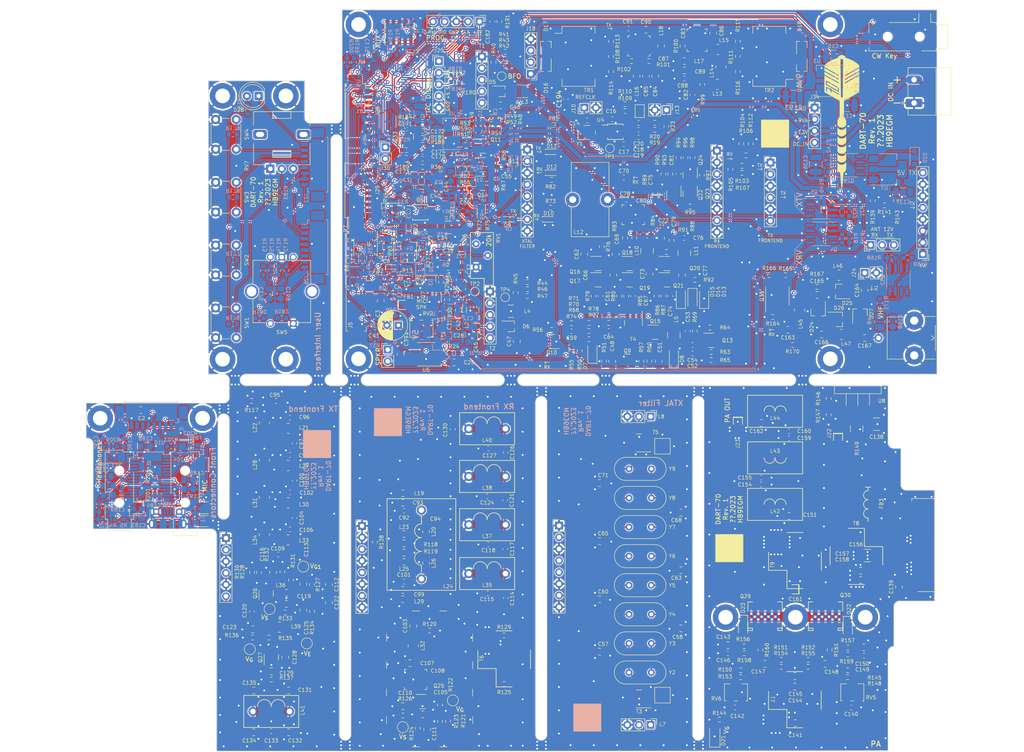
<source format=kicad_pcb>
(kicad_pcb (version 20221018) (generator pcbnew)

  (general
    (thickness 1.6)
  )

  (paper "A4")
  (title_block
    (title "DART-70 TRX")
    (date "2023-03-28")
    (rev "1")
    (company "HB9EGM")
  )

  (layers
    (0 "F.Cu" signal)
    (31 "B.Cu" signal)
    (32 "B.Adhes" user "B.Adhesive")
    (33 "F.Adhes" user "F.Adhesive")
    (34 "B.Paste" user)
    (35 "F.Paste" user)
    (36 "B.SilkS" user "B.Silkscreen")
    (37 "F.SilkS" user "F.Silkscreen")
    (38 "B.Mask" user)
    (39 "F.Mask" user)
    (40 "Dwgs.User" user "User.Drawings")
    (41 "Cmts.User" user "User.Comments")
    (42 "Eco1.User" user "User.Eco1")
    (43 "Eco2.User" user "User.Eco2")
    (44 "Edge.Cuts" user)
    (45 "Margin" user "Edge.Cuts.Setback")
    (46 "B.CrtYd" user "B.Courtyard")
    (47 "F.CrtYd" user "F.Courtyard")
    (48 "B.Fab" user)
    (49 "F.Fab" user)
    (50 "User.1" user "Milling")
    (51 "User.2" user)
    (52 "User.3" user)
    (53 "User.4" user)
    (54 "User.5" user)
    (55 "User.6" user)
    (56 "User.7" user)
    (57 "User.8" user)
    (58 "User.9" user)
  )

  (setup
    (stackup
      (layer "F.SilkS" (type "Top Silk Screen"))
      (layer "F.Paste" (type "Top Solder Paste"))
      (layer "F.Mask" (type "Top Solder Mask") (thickness 0.01))
      (layer "F.Cu" (type "copper") (thickness 0.035))
      (layer "dielectric 1" (type "core") (thickness 1.51) (material "FR4") (epsilon_r 4.5) (loss_tangent 0.02))
      (layer "B.Cu" (type "copper") (thickness 0.035))
      (layer "B.Mask" (type "Bottom Solder Mask") (thickness 0.01))
      (layer "B.Paste" (type "Bottom Solder Paste"))
      (layer "B.SilkS" (type "Bottom Silk Screen"))
      (copper_finish "None")
      (dielectric_constraints no)
    )
    (pad_to_mask_clearance 0)
    (pcbplotparams
      (layerselection 0x000d130_ffffffff)
      (plot_on_all_layers_selection 0x0000000_00000000)
      (disableapertmacros false)
      (usegerberextensions false)
      (usegerberattributes true)
      (usegerberadvancedattributes true)
      (creategerberjobfile true)
      (dashed_line_dash_ratio 12.000000)
      (dashed_line_gap_ratio 3.000000)
      (svgprecision 6)
      (plotframeref false)
      (viasonmask false)
      (mode 1)
      (useauxorigin false)
      (hpglpennumber 1)
      (hpglpenspeed 20)
      (hpglpendiameter 15.000000)
      (dxfpolygonmode true)
      (dxfimperialunits true)
      (dxfusepcbnewfont true)
      (psnegative false)
      (psa4output false)
      (plotreference true)
      (plotvalue true)
      (plotinvisibletext false)
      (sketchpadsonfab false)
      (subtractmaskfromsilk false)
      (outputformat 4)
      (mirror false)
      (drillshape 0)
      (scaleselection 1)
      (outputdirectory "out")
    )
  )

  (net 0 "")
  (net 1 "+12V")
  (net 2 "GND")
  (net 3 "Net-(C1-Pad1)")
  (net 4 "Net-(J4-Pin_7)")
  (net 5 "+9VA")
  (net 6 "/MIC")
  (net 7 "Net-(C6-Pad2)")
  (net 8 "+5VA")
  (net 9 "Net-(J4-Pin_5)")
  (net 10 "Net-(J5-Pin_3)")
  (net 11 "Net-(J5-Pin_2)")
  (net 12 "Net-(Q2-C)")
  (net 13 "Net-(D1-K)")
  (net 14 "Net-(D2-K)")
  (net 15 "/BFO")
  (net 16 "Net-(J10-In)")
  (net 17 "Net-(U4-XA)")
  (net 18 "Net-(U3-ADJ)")
  (net 19 "/Antenna Switch/TX")
  (net 20 "Net-(U4-CLK1)")
  (net 21 "Net-(C18-Pad2)")
  (net 22 "Net-(U4-CLK2)")
  (net 23 "Net-(U4-CLK0)")
  (net 24 "Net-(JP1-A)")
  (net 25 "Net-(Q6-B)")
  (net 26 "Net-(C22-Pad1)")
  (net 27 "Net-(U5-IN+)")
  (net 28 "Net-(U5-VCAIN)")
  (net 29 "Net-(U5-BUFOUT)")
  (net 30 "Net-(C21-Pad2)")
  (net 31 "Net-(C26-Pad1)")
  (net 32 "Net-(U6-VDD)")
  (net 33 "Net-(C26-Pad2)")
  (net 34 "Net-(C28-Pad1)")
  (net 35 "+VRX")
  (net 36 "Net-(U6-VIN)")
  (net 37 "Net-(Q6-C)")
  (net 38 "/Baseband/VAGC")
  (net 39 "Net-(D3-K)")
  (net 40 "Net-(Q7-C)")
  (net 41 "Net-(C29-Pad1)")
  (net 42 "Net-(D4-K)")
  (net 43 "Net-(C41-Pad2)")
  (net 44 "Net-(U5-AVG)")
  (net 45 "/Baseband/SPKR_OUT")
  (net 46 "Net-(Q7-B)")
  (net 47 "Net-(U6-BYPASS)")
  (net 48 "Net-(C40-Pad1)")
  (net 49 "Net-(U5-VOUT)")
  (net 50 "Net-(C46-Pad1)")
  (net 51 "Net-(C46-Pad2)")
  (net 52 "Net-(C47-Pad1)")
  (net 53 "Net-(C47-Pad2)")
  (net 54 "Net-(C48-Pad1)")
  (net 55 "Net-(J15-Pin_1)")
  (net 56 "Net-(T1-SC)")
  (net 57 "Net-(C49-Pad2)")
  (net 58 "Net-(C50-Pad1)")
  (net 59 "Net-(C42-Pad2)")
  (net 60 "Net-(T2-SC)")
  (net 61 "Net-(C53-Pad1)")
  (net 62 "Net-(D7-K)")
  (net 63 "Net-(Q11-B)")
  (net 64 "Net-(Q11-E)")
  (net 65 "Net-(D8-K)")
  (net 66 "Net-(Q13-E)")
  (net 67 "Net-(Q15-E)")
  (net 68 "Net-(C52-Pad2)")
  (net 69 "Net-(Q12-C)")
  (net 70 "Net-(C60-Pad2)")
  (net 71 "Net-(C56-Pad1)")
  (net 72 "Net-(C58-Pad2)")
  (net 73 "Net-(C63-Pad2)")
  (net 74 "Net-(Q14-E)")
  (net 75 "Net-(C59-Pad1)")
  (net 76 "Net-(C65-Pad2)")
  (net 77 "Net-(T3-PR2)")
  (net 78 "Net-(Q17-S)")
  (net 79 "Net-(Q16-B)")
  (net 80 "Net-(T4-PR2)")
  (net 81 "Net-(Q18-C)")
  (net 82 "Net-(Q17-G)")
  (net 83 "Net-(Q19-S)")
  (net 84 "Net-(Q18-B)")
  (net 85 "Net-(C72-Pad2)")
  (net 86 "Net-(D12-A)")
  (net 87 "Net-(Q22-E)")
  (net 88 "Net-(T5-PR2)")
  (net 89 "Net-(C68-Pad2)")
  (net 90 "Net-(C76-Pad2)")
  (net 91 "Net-(Q20-C)")
  (net 92 "Net-(Q19-G)")
  (net 93 "Net-(Q21-S)")
  (net 94 "Net-(C81-Pad1)")
  (net 95 "Net-(Q22-C)")
  (net 96 "Net-(Q21-G)")
  (net 97 "Net-(C82-Pad2)")
  (net 98 "Net-(Q20-B)")
  (net 99 "Net-(C77-Pad2)")
  (net 100 "Net-(Q24-E)")
  (net 101 "Net-(C87-Pad2)")
  (net 102 "Net-(C83-Pad1)")
  (net 103 "/70MHz VHF Frontend/VHF_RX")
  (net 104 "/70MHz VHF Frontend/TX_FROM_MIX")
  (net 105 "Net-(C84-Pad2)")
  (net 106 "Net-(C87-Pad1)")
  (net 107 "Net-(C88-Pad2)")
  (net 108 "Net-(C101-Pad2)")
  (net 109 "Net-(Q24-B)")
  (net 110 "Net-(C94-Pad1)")
  (net 111 "Net-(C95-Pad2)")
  (net 112 "Net-(C109-Pad2)")
  (net 113 "/70MHz VHF Frontend/+VTX_FE")
  (net 114 "Net-(TR2-RX-)")
  (net 115 "Net-(C103-Pad2)")
  (net 116 "Net-(C104-Pad1)")
  (net 117 "Net-(C114-Pad2)")
  (net 118 "Net-(J18-Pin_3)")
  (net 119 "Net-(Q25-G1)")
  (net 120 "Net-(Q25-G2)")
  (net 121 "Net-(Q25-S)")
  (net 122 "Net-(C121-Pad1)")
  (net 123 "Net-(C125-Pad2)")
  (net 124 "Net-(C126-Pad1)")
  (net 125 "Net-(C128-Pad1)")
  (net 126 "Net-(T6-AA)")
  (net 127 "Net-(T6-SB)")
  (net 128 "/70MHz VHF Frontend/RX_TO_MIX")
  (net 129 "/70MHz VHF Frontend/VHF_TX")
  (net 130 "Net-(C113-Pad2)")
  (net 131 "VGG1")
  (net 132 "Net-(Q26-G1)")
  (net 133 "Net-(Q26-S)")
  (net 134 "Net-(C117-Pad2)")
  (net 135 "Net-(Q26-D)")
  (net 136 "Net-(Q27-B)")
  (net 137 "Net-(Q27-C)")
  (net 138 "VGG2")
  (net 139 "+3V3")
  (net 140 "/PA 70MHz/VG_5V")
  (net 141 "Net-(Q27-E)")
  (net 142 "Net-(D20-A)")
  (net 143 "Net-(C159-Pad2)")
  (net 144 "/Control on separate board/ENC_B")
  (net 145 "/Control on separate board/ENC_A")
  (net 146 "/Control on separate board/3.3V_UI")
  (net 147 "Net-(J21-Pin_1)")
  (net 148 "Net-(C171-Pad1)")
  (net 149 "Net-(C172-Pad1)")
  (net 150 "Net-(C147-Pad1)")
  (net 151 "Net-(C148-Pad1)")
  (net 152 "Net-(T7-AB)")
  (net 153 "Net-(J21-Pin_5)")
  (net 154 "Net-(C154-Pad2)")
  (net 155 "Net-(T7-SB)")
  (net 156 "Net-(T7-SA)")
  (net 157 "Net-(T9-SB)")
  (net 158 "Net-(Q30-D)")
  (net 159 "Net-(Q29-D)")
  (net 160 "Net-(J23-In)")
  (net 161 "Net-(D24-K)")
  (net 162 "Net-(D25-A)")
  (net 163 "Net-(D24-A)")
  (net 164 "Net-(D26-K)")
  (net 165 "Net-(J26-Pin_7)")
  (net 166 "Net-(J26-Pin_6)")
  (net 167 "Net-(Q33-B)")
  (net 168 "Net-(U9-VDDA)")
  (net 169 "Net-(U10-VINL)")
  (net 170 "Net-(U10-VINR)")
  (net 171 "Net-(U10-VOUTL)")
  (net 172 "Net-(U10-VOUTR)")
  (net 173 "Net-(U10-VCOM)")
  (net 174 "Net-(T1-SA)")
  (net 175 "Net-(T1-SB)")
  (net 176 "Net-(T2-SA)")
  (net 177 "Net-(T2-SB)")
  (net 178 "Net-(D7-A)")
  (net 179 "/Control on separate board/STATUSn")
  (net 180 "Net-(D8-A)")
  (net 181 "Net-(D10-K)")
  (net 182 "Net-(D9-A)")
  (net 183 "Net-(D10-A)")
  (net 184 "Net-(C166-Pad1)")
  (net 185 "Net-(D11-K)")
  (net 186 "Net-(C168-Pad2)")
  (net 187 "Net-(D11-A)")
  (net 188 "Net-(D13-A)")
  (net 189 "/CW_RING")
  (net 190 "/CW_TIP")
  (net 191 "Net-(D14-A)")
  (net 192 "Net-(D15-A)")
  (net 193 "Net-(C174-Pad1)")
  (net 194 "/Baseband/SPKR_DET")
  (net 195 "Net-(TR1-RD+)")
  (net 196 "Net-(TR1-RD-)")
  (net 197 "Net-(TR1-TD-)")
  (net 198 "Net-(TR1-TD+)")
  (net 199 "Net-(TR2-RD+)")
  (net 200 "/Baseband/GPIO_XTAL")
  (net 201 "/EN_VRX")
  (net 202 "/EN_VTX")
  (net 203 "Net-(TR2-RD-)")
  (net 204 "/Baseband/CW_KEYn")
  (net 205 "/Baseband/CW_TONE")
  (net 206 "/MIC_PTT")
  (net 207 "/Baseband/SPKR_VOL")
  (net 208 "/MUTE_MICn")
  (net 209 "/SDA")
  (net 210 "/SCL")
  (net 211 "/S_METER")
  (net 212 "/Baseband/VHF_IN")
  (net 213 "/Baseband/VHF_OUT")
  (net 214 "/CLK1")
  (net 215 "Net-(TR2-TD-)")
  (net 216 "+VTX")
  (net 217 "Net-(TR2-TD+)")
  (net 218 "unconnected-(J2-PadNC)")
  (net 219 "unconnected-(J2-PadR1)")
  (net 220 "Net-(D20-K)")
  (net 221 "/Control on separate board/DISP_LAT")
  (net 222 "/Control on separate board/I2C2_SDA")
  (net 223 "/Control on separate board/I2C2_SCL")
  (net 224 "/Control on separate board/PC14")
  (net 225 "/Control on separate board/PC13")
  (net 226 "unconnected-(J2-PadTN)")
  (net 227 "/Control on separate board/USART1_TX")
  (net 228 "/Control on separate board/USART1_RX")
  (net 229 "/Control on separate board/PB15")
  (net 230 "/Control on separate board/SWCLK")
  (net 231 "/Control on separate board/SWDIO")
  (net 232 "/Control on separate board/RESETn")
  (net 233 "/LO1")
  (net 234 "Net-(L14-Pad1)")
  (net 235 "Net-(D21-A)")
  (net 236 "Net-(D22-A)")
  (net 237 "Net-(L21-Pad2)")
  (net 238 "Net-(L23-Pad2)")
  (net 239 "Net-(L25-Pad2)")
  (net 240 "Net-(D23-A)")
  (net 241 "unconnected-(D24-NC-Pad2)")
  (net 242 "unconnected-(J8-PadTN)")
  (net 243 "unconnected-(D25-NC-Pad2)")
  (net 244 "unconnected-(D26-NC-Pad2)")
  (net 245 "unconnected-(D27-NC-Pad2)")
  (net 246 "Net-(D28-K)")
  (net 247 "Net-(D28-A)")
  (net 248 "Net-(J6-Pin_2)")
  (net 249 "Net-(J22-Pin_2)")
  (net 250 "Net-(J4-Pin_6)")
  (net 251 "Net-(J4-Pin_3)")
  (net 252 "Net-(J4-Pin_2)")
  (net 253 "Net-(J5-Pin_4)")
  (net 254 "Net-(J15-Pin_2)")
  (net 255 "Net-(J17-Pin_2)")
  (net 256 "unconnected-(J17-Pin_4-Pad4)")
  (net 257 "unconnected-(J17-Pin_5-Pad5)")
  (net 258 "/70MHz VHF Frontend/+VRX_FE")
  (net 259 "Net-(J17-Pin_7)")
  (net 260 "Net-(J20-Pin_5)")
  (net 261 "Net-(J22-Pin_1)")
  (net 262 "Net-(J26-Pin_2)")
  (net 263 "Net-(J26-Pin_3)")
  (net 264 "Net-(J26-Pin_5)")
  (net 265 "Net-(L13-Pad1)")
  (net 266 "Net-(L18-Pad1)")
  (net 267 "Net-(L20-Pad2)")
  (net 268 "Net-(L30-Pad2)")
  (net 269 "Net-(L33-Pad2)")
  (net 270 "Net-(J27-Pin_2)")
  (net 271 "Net-(J27-Pin_3)")
  (net 272 "Net-(J27-Pin_4)")
  (net 273 "Net-(J27-Pin_5)")
  (net 274 "Net-(J33-VBUS)")
  (net 275 "Net-(J33-ID)")
  (net 276 "Net-(JP2-C)")
  (net 277 "Net-(Q1A-G)")
  (net 278 "/Control on separate board/BTN0")
  (net 279 "/Control on separate board/BTN1")
  (net 280 "/Control on separate board/BTN2")
  (net 281 "/Control on separate board/BTN3")
  (net 282 "Net-(Q1B-G)")
  (net 283 "/Control on separate board/ENC_BTN")
  (net 284 "/Control on separate board/XTAL1")
  (net 285 "/Control on separate board/XTAL2")
  (net 286 "/Control on separate board/PWM_CW")
  (net 287 "/Control on separate board/MUTE_SPKR")
  (net 288 "Net-(Q2-B)")
  (net 289 "/Control on separate board/BOOT0")
  (net 290 "/Control on separate board/BOOT1")
  (net 291 "Net-(Q3-B)")
  (net 292 "Net-(Q4B-G)")
  (net 293 "Net-(Q5B-G)")
  (net 294 "Net-(Q8-B)")
  (net 295 "Net-(Q9-B)")
  (net 296 "Net-(Q11-C)")
  (net 297 "Net-(Q12-E)")
  (net 298 "Net-(Q13-B)")
  (net 299 "Net-(Q13-C)")
  (net 300 "Net-(Q15-B)")
  (net 301 "/Antenna Switch/RX")
  (net 302 "Net-(Q16-E)")
  (net 303 "Net-(Q16-C)")
  (net 304 "Net-(L27-Pad2)")
  (net 305 "Net-(Q18-E)")
  (net 306 "Net-(Q20-E)")
  (net 307 "Net-(Q22-B)")
  (net 308 "Net-(Q23-B)")
  (net 309 "/Antenna Switch/ANT")
  (net 310 "/Antenna Switch/V_{PIN}")
  (net 311 "Net-(Q25-D)")
  (net 312 "Net-(Q26-G2)")
  (net 313 "/TX_to_PA")
  (net 314 "/Baseband/AGC_to_METER")
  (net 315 "Net-(Q28B-G)")
  (net 316 "/PA 70MHz/V_{DD}")
  (net 317 "Net-(Q29-G)")
  (net 318 "Net-(Q30-G)")
  (net 319 "Net-(Q31B-D-Pad5)")
  (net 320 "Net-(Q31A-D-Pad7)")
  (net 321 "Net-(Q32B-G)")
  (net 322 "Net-(Q32B-D-Pad5)")
  (net 323 "Net-(R40-Pad2)")
  (net 324 "Net-(R44-Pad1)")
  (net 325 "Net-(U5-GATE)")
  (net 326 "Net-(C148-Pad2)")
  (net 327 "Net-(U5-COMP)")
  (net 328 "Net-(U6-HPSense)")
  (net 329 "Net-(C147-Pad2)")
  (net 330 "Net-(T1-AB)")
  (net 331 "Net-(T2-AB)")
  (net 332 "Net-(R110-Pad1)")
  (net 333 "Net-(TR2-C_RD)")
  (net 334 "Net-(R121-Pad2)")
  (net 335 "/VOX_PTTn")
  (net 336 "Net-(TR1-TX-)")
  (net 337 "/EN_PA")
  (net 338 "Net-(TR2-TX-)")
  (net 339 "Net-(U8-ADJ)")
  (net 340 "Net-(R148-Pad1)")
  (net 341 "Net-(R153-Pad1)")
  (net 342 "Net-(R172-Pad1)")
  (net 343 "Net-(U9-PA11)")
  (net 344 "Net-(U9-PA12)")
  (net 345 "Net-(R173-Pad2)")
  (net 346 "Net-(R183-Pad2)")
  (net 347 "/USB Audio/AF_OUT_L")
  (net 348 "/USB Audio/AF_IN")
  (net 349 "Net-(U10-D+)")
  (net 350 "Net-(U10-D-)")
  (net 351 "/USB Audio/VCC")
  (net 352 "/USB Audio/VDD")
  (net 353 "unconnected-(T3-PM-Pad2)")
  (net 354 "/USB Audio/AF_OUT_R")
  (net 355 "unconnected-(T4-PM-Pad2)")
  (net 356 "/USB Audio/XTI")
  (net 357 "/USB Audio/XTO")
  (net 358 "unconnected-(T5-PM-Pad2)")
  (net 359 "/USB Audio/USB_DM")
  (net 360 "/USB Audio/USB_DP")
  (net 361 "unconnected-(TR1-C_RX-Pad10)")
  (net 362 "unconnected-(TR1-C_TX-Pad15)")
  (net 363 "unconnected-(TR2-C_RX-Pad10)")
  (net 364 "unconnected-(TR2-C_TX-Pad15)")
  (net 365 "Net-(U4-XB)")
  (net 366 "unconnected-(U9-VBAT-Pad1)")
  (net 367 "/Control on separate board/USB_DM")
  (net 368 "/Control on separate board/USB_DP")
  (net 369 "unconnected-(U10-HID0-Pad5)")
  (net 370 "unconnected-(U10-HID1-Pad6)")
  (net 371 "Net-(C100-Pad2)")
  (net 372 "Net-(C100-Pad1)")
  (net 373 "unconnected-(U10-HID2-Pad7)")
  (net 374 "unconnected-(U10-DIN-Pad24)")
  (net 375 "unconnected-(U10-DOUT-Pad25)")
  (net 376 "Net-(R108-Pad2)")
  (net 377 "Net-(R180-Pad1)")
  (net 378 "/DC_IN")
  (net 379 "unconnected-(U10-SSPNDn-Pad28)")
  (net 380 "Net-(TR1-RX-)")

  (footprint "Capacitor_SMD:C_0603_1608Metric_Pad1.08x0.95mm_HandSolder" (layer "F.Cu") (at 97.536 47.498 180))

  (footprint "Resistor_SMD:R_0603_1608Metric_Pad0.98x0.95mm_HandSolder" (layer "F.Cu") (at 60.325 137.795 -90))

  (footprint "Crystal:Crystal_HC49-U_Vertical" (layer "F.Cu") (at 142.595 140.589))

  (footprint "Resistor_SMD:R_0603_1608Metric_Pad0.98x0.95mm_HandSolder" (layer "F.Cu") (at 190.343 159.156 180))

  (footprint "Resistor_SMD:R_0603_1608Metric_Pad0.98x0.95mm_HandSolder" (layer "F.Cu") (at 156.972 73.914))

  (footprint "Package_SO:MSOP-10_3x3mm_P0.5mm" (layer "F.Cu") (at 97.028 59.182))

  (footprint "mpb:four_4mm_pads_narrow" (layer "F.Cu") (at 178.913 165.76 90))

  (footprint "Potentiometer_SMD:Potentiometer_Bourns_3214W_Vertical" (layer "F.Cu") (at 90.424 59.69 -90))

  (footprint "Potentiometer_SMD:Potentiometer_Bourns_3214W_Vertical" (layer "F.Cu") (at 93.726 67.564 180))

  (footprint "Resistor_SMD:R_0603_1608Metric_Pad0.98x0.95mm_HandSolder" (layer "F.Cu") (at 73.406 146.304 90))

  (footprint "Capacitor_SMD:C_0603_1608Metric_Pad1.08x0.95mm_HandSolder" (layer "F.Cu") (at 111.76 142.367))

  (footprint "Resistor_SMD:R_0603_1608Metric_Pad0.98x0.95mm_HandSolder" (layer "F.Cu") (at 126.1345 40.132))

  (footprint "Capacitor_SMD:C_0603_1608Metric_Pad1.08x0.95mm_HandSolder" (layer "F.Cu") (at 109.728 39.116 90))

  (footprint "Resistor_SMD:R_0603_1608Metric_Pad0.98x0.95mm_HandSolder" (layer "F.Cu") (at 64.008 152.019 180))

  (footprint "Capacitor_SMD:C_0805_2012Metric_Pad1.18x1.45mm_HandSolder" (layer "F.Cu") (at 178.786 162.712 180))

  (footprint "Capacitor_SMD:C_0805_2012Metric_Pad1.18x1.45mm_HandSolder" (layer "F.Cu") (at 178.8075 160.426 180))

  (footprint "Diode_SMD:D_SOD-123F" (layer "F.Cu") (at 153.924 77.978 90))

  (footprint "Resistor_SMD:R_0603_1608Metric_Pad0.98x0.95mm_HandSolder" (layer "F.Cu") (at 115.57 27.173 180))

  (footprint "mpb:PLD-1.5W" (layer "F.Cu") (at 185.517 147.472 180))

  (footprint "Capacitor_SMD:C_0805_2012Metric_Pad1.18x1.45mm_HandSolder" (layer "F.Cu") (at 201.549 140.97 90))

  (footprint "Capacitor_SMD:C_0805_2012Metric_Pad1.18x1.45mm_HandSolder" (layer "F.Cu") (at 60.6845 172.72))

  (footprint "Inductor_SMD:L_1008_2520Metric_Pad1.43x2.20mm_HandSolder" (layer "F.Cu") (at 62.992 105.1825 90))

  (footprint "Package_TO_SOT_SMD:SOT-23" (layer "F.Cu") (at 125.73 87.376 180))

  (footprint "MountingHole:MountingHole_3.2mm_M3_DIN965_Pad" (layer "F.Cu") (at 53.87525 91.252 90))

  (footprint "Resistor_SMD:R_0603_1608Metric_Pad0.98x0.95mm_HandSolder" (layer "F.Cu") (at 113.7135 46.736 90))

  (footprint "TestPoint:TestPoint_Pad_3.0x3.0mm" (layer "F.Cu") (at 149.91 164.597))

  (footprint "Capacitor_SMD:C_0805_2012Metric_Pad1.18x1.45mm_HandSolder" (layer "F.Cu") (at 94.742 157.607 180))

  (footprint "Inductor_SMD:L_1008_2520Metric_Pad1.43x2.20mm_HandSolder" (layer "F.Cu") (at 162.013 23.622))

  (footprint "Connector_PinHeader_1.27mm:PinHeader_2x05_P1.27mm_Vertical_SMD" (layer "F.Cu") (at 92.456 19.558 90))

  (footprint "Capacitor_SMD:C_0805_2012Metric_Pad1.18x1.45mm_HandSolder" (layer "F.Cu") (at 177.546 125.476))

  (footprint "Capacitor_SMD:C_0603_1608Metric_Pad1.08x0.95mm_HandSolder" (layer "F.Cu") (at 107.8715 46.228 90))

  (footprint "Connector_Phoenix_MC_HighVoltage:PhoenixContact_MC_1,5_2-G-5.08_1x02_P5.08mm_Horizontal" (layer "F.Cu") (at 204.8395 35.306 90))

  (footprint "Inductor_SMD:L_1008_2520Metric_Pad1.43x2.20mm_HandSolder" (layer "F.Cu") (at 62.992 129.5665 90))

  (footprint "Connector_PinHeader_2.54mm:PinHeader_1x03_P2.54mm_Vertical" (layer "F.Cu") (at 195.341 66.294 90))

  (footprint "Capacitor_SMD:C_0805_2012Metric_Pad1.18x1.45mm_HandSolder" (layer "F.Cu") (at 149.098 91.694 -90))

  (footprint "Capacitor_SMD:C_0603_1608Metric_Pad1.08x0.95mm_HandSolder" (layer "F.Cu") (at 156.464 33.528 90))

  (footprint "Resistor_SMD:R_0603_1608Metric_Pad0.98x0.95mm_HandSolder" (layer "F.Cu") (at 106.8555 43.434))

  (footprint "Inductor_SMD:L_0805_2012Metric_Pad1.15x1.40mm_HandSolder" (layer "F.Cu") (at 93.472 129.413 180))

  (footprint "TestPoint:TestPoint_Pad_D2.0mm" (layer "F.Cu") (at 72.263 153.289 -90))

  (footprint "Resistor_SMD:R_0603_1608Metric_Pad0.98x0.95mm_HandSolder" (layer "F.Cu") (at 190.373 154.178))

  (footprint "Package_TO_SOT_SMD:SOT-323_SC-70_Handsoldering" (layer "F.Cu") (at 124.46 22.5845 90))

  (footprint "Resistor_SMD:R_0603_1608Metric_Pad0.98x0.95mm_HandSolder" (layer "F.Cu") (at 186.22 99.822 90))

  (footprint "Resistor_SMD:R_0603_1608Metric_Pad0.98x0.95mm_HandSolder" (layer "F.Cu") (at 141.732 64.77 -90))

  (footprint "Capacitor_SMD:C_0603_1608Metric_Pad1.08x0.95mm_HandSolder" (layer "F.Cu") (at 143.51 77.47 90))

  (footprint "Potentiometer_SMD:Potentiometer_Bourns_3214W_Vertical" (layer "F.Cu") (at 165.959 163.982 180))

  (footprint "Capacitor_SMD:C_0805_2012Metric_Pad1.18x1.45mm_HandSolder" (layer "F.Cu") (at 77.089 140.462 90))

  (footprint "Capacitor_SMD:C_0805_2012Metric_Pad1.18x1.45mm_HandSolder" (layer "F.Cu") (at 153.935 124.714 180))

  (footprint "Capacitor_SMD:C_0805_2012Metric_Pad1.18x1.45mm_HandSolder" (layer "F.Cu")
    (tstamp 17af8c6e-8a91-4da4-bc77-b6fe2ea158f2)
    (at 146.304 29.464 -90)
    (descr "Capacitor SMD 0805 (2012 Metric), square (rectangular) end terminal, IPC_7351 nominal with elongated pad for handsoldering. (Body size source: IPC-SM-782 page 76, https://www.pcb-3d.com/wordpress/wp-content/uploads/ipc-sm-782a_amendment_1_and_2.pdf, https://docs.google.com/spreadsheets/d/1BsfQQcO9C6DZCsRaXUlFlo91Tg2WpOkGARC1WS5S8t0/edit?usp=sharing), generated with kicad-footprint-generator")
    (tags "capacitor handsolder")
    (property "MPN" "CBR")
    (property "Need_order" "0")
    (property "Sheetfile" "baseband.kicad_sch")
    (property "Sheetname" "Baseband")
    (property "ki_description" "Unpolarized capacitor")
    (property "ki_keywords" "cap capacitor")
    (path "/691ab6db-80d5-4c97-9e5f-aae234327d27/1553116c-e663-4098-ad25-fa58585a8d83")
    (attr smd)
    (fp_text reference "C85" (at 3.302 0 90 unlocked) (layer "F.SilkS")
        (effects (font (size 0.8 0.8) (thickness 0.1)))
      (tstamp f0edd48f-5fe7-435c-be18-939b95edb98a)
    )
    (fp_text value "47pF" (at 0 1.68 90) (layer "F.Fab")
        (effects (font (size 1 1) (thickness 0.15)))
      (tstamp a298657d-a4e1-4f91-80b5-1212f220737f)
    )
    (fp_text user "${REFERENCE}" (at 0 0 90) (layer "F.Fab")
        (effects (font (size 0.5 0.5) (thickness 0.08)))
      (tstamp 490a4722-28e3-4eb6-90d4-71dcc1b42f79)
    )
    (fp_line (start -0.261252 -0.735) (end 0.261252 -0.735)
      (stroke (width 0.12) (type solid)) (layer "F.SilkS") (tstamp d741dee3-bec1-4009-aa18-13329a247d3d))
    (fp_line (start -0.261252 0.735) (end 0.261252 0.735)
      (stroke (width 0.12) (type solid)) (layer "F.SilkS") (tstamp a22d9a9e-49af-4c73-9a82-8e420c7396c1))
    (fp_line (start -1.88 -0.98) (end 1.88 -0.98)
      (stroke (width 0.05) (type solid)) (layer "F.CrtYd") (tstamp 41595ab2-4ce8-4139-ac9d-370482fd624a))
    (fp_line (start -1.88 0.98) (end -1.88 -0.98)
      (stroke (width 0.05) (type solid)) (layer "F.CrtYd") (tstamp 127164e1-196a-41af-8e5b-ecbeab98c576))
    (fp_line (start 1.88 -0.98) (end 1.88 0.98)
      (stroke (width 0.05) (type solid)) (layer "F.CrtYd") (tstamp c422dadf-d7c9-4156-9d74-690e4cd0a1b6))
    (fp_line (start 1.88 0.98) (end -1.88 0.98)
      (stroke (width 0.05) (type solid)) (layer "F.CrtYd") (tstamp 81e79bcd-3077-4371-b447-da57092c86fb))
    (fp_line (start -1 -0.625) (end 1 -0.625)
      (stroke (width 0.1) (type solid)) (layer "F.Fab") (tstamp b49d31c6-933b-447e-b646-ec2c49d88c97))
    (fp_line (start -1 0.625) (end -1 -0.625)
      (stroke (width 0.1) (type solid)) (layer "F.Fab") (tstamp c339f8cd-78aa-44ce-b4a8-820e14fa0bba))
    (fp_line (start 1 -0.625) (end 1 0.625)
      (stroke (width 0.1) (type solid)) (layer "F.Fab") (tstamp 70a8f654-df35-44c9-8693-21d7cd985aab))
    (fp_line (start 1 0.625) (end -1 0.625)
      (stroke (width 0.1) (type solid)) (layer "F.Fab") (tstamp 83868b57-bc9f-4c16-a8c5-237ec0b6dfe3))
    (pad "1" smd roundrect (at -1.0375 0 270) (size 1.175 1.45) (layers "F.Cu" "F.Paste" "F.Mask") (roundrect_rratio 0.2127659574)
      (net 105 "Net-(C84-Pad2)") (pintype "passive") (tstamp c5a53c6c-eefe-4a4a-b809-0917eb17d866))
    (pad "2" smd roundrect (at 1.0375 0 270) (size 1.175 1.45) (layers "F.Cu" "F.Paste" "F.Mask") (rou
... [5758028 chars truncated]
</source>
